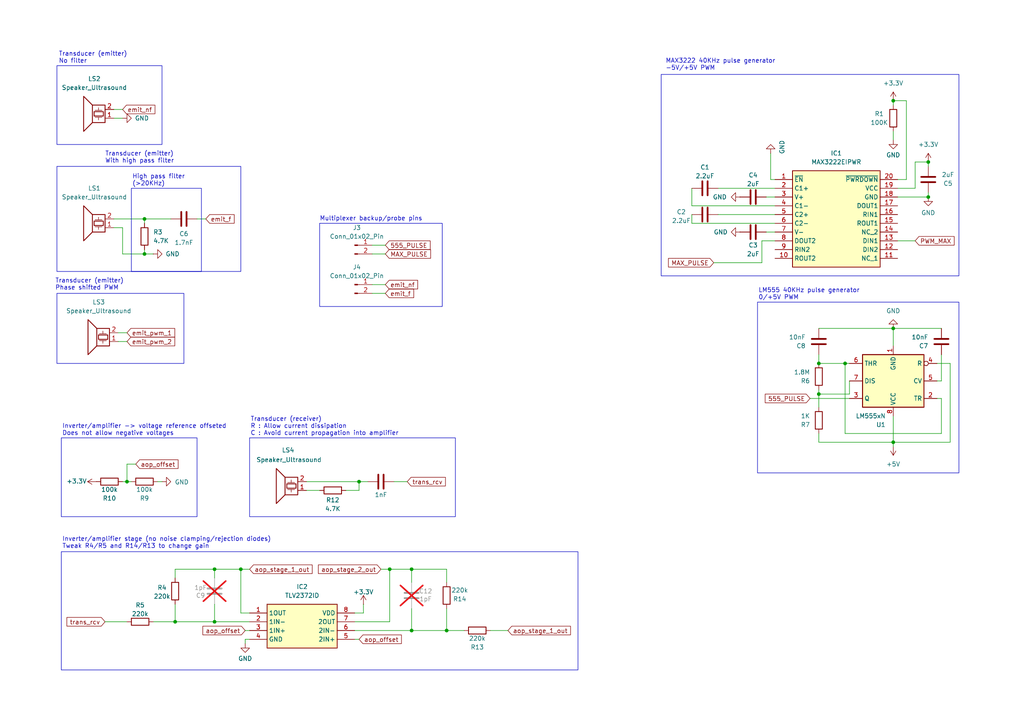
<source format=kicad_sch>
(kicad_sch (version 20231120) (generator "eeschema") (generator_version "8.0")
  (paper "A4")
  (lib_symbols
    (symbol "Connector:Conn_01x02_Pin" (pin_names (offset 1.016) hide)
      (property "Reference" "J" (at 0 2.54 0))
      (property "Value" "Conn_01x02_Pin" (at 0 -5.08 0))
      (symbol "Conn_01x02_Pin_1_1"
        (polyline (pts (xy 1.27 -2.54) (xy 0.8636 -2.54)) (stroke (width 0.1524)))
        (polyline (pts (xy 1.27 0) (xy 0.8636 0)) (stroke (width 0.1524)))
        (rectangle (start 0.8636 -2.413) (end 0 -2.667) (stroke (width 0.1524)) (fill (type outline)))
        (rectangle (start 0.8636 0.127) (end 0 -0.127) (stroke (width 0.1524)) (fill (type outline)))
        (pin passive line (at 5.08 0 180) (length 3.81) (name "Pin_1") (number "1"))
        (pin passive line (at 5.08 -2.54 180) (length 3.81) (name "Pin_2") (number "2"))
      )
    )
    (symbol "Device:C" (pin_numbers hide) (pin_names (offset 0.254))
      (property "Reference" "C" (at 0.635 2.54 0))
      (property "Value" "C" (at 0.635 -2.54 0))
      (symbol "C_0_1"
        (polyline (pts (xy -2.032 -0.762) (xy 2.032 -0.762)) (stroke (width 0.508)))
        (polyline (pts (xy -2.032 0.762) (xy 2.032 0.762)) (stroke (width 0.508)))
      )
      (symbol "C_1_1"
        (pin passive line (at 0 3.81 270) (length 2.794) (name "~") (number "1"))
        (pin passive line (at 0 -3.81 90) (length 2.794) (name "~") (number "2"))
      )
    )
    (symbol "Device:R" (pin_numbers hide) (pin_names (offset 0))
      (property "Reference" "R" (at 2.032 0 90))
      (property "Value" "R" (at 0 0 90))
      (symbol "R_0_1"
        (rectangle (start -1.016 -2.54) (end 1.016 2.54) (stroke (width 0.254)))
      )
      (symbol "R_1_1"
        (pin passive line (at 0 3.81 270) (length 1.27) (name "~") (number "1"))
        (pin passive line (at 0 -3.81 90) (length 1.27) (name "~") (number "2"))
      )
    )
    (symbol "Device:Speaker_Ultrasound" (pin_names (offset 0) hide)
      (property "Reference" "LS" (at 0.635 5.715 0))
      (property "Value" "Speaker_Ultrasound" (at 0.635 3.81 0))
      (symbol "Speaker_Ultrasound_0_0"
        (rectangle (start -2.54 1.27) (end 1.143 -3.81) (stroke (width 0.254)))
        (rectangle (start -2.032 -0.635) (end 0.635 -1.905) (stroke (width 0.254)))
        (polyline (pts (xy -1.651 -2.286) (xy 0.381 -2.286)))
        (polyline (pts (xy -1.651 -0.254) (xy 0.381 -0.254)))
        (polyline (pts (xy -0.635 -2.286) (xy -0.635 -3.048)))
        (polyline (pts (xy -0.635 -0.254) (xy -0.635 0.508)))
        (polyline (pts (xy 1.143 1.27) (xy 3.683 3.81) (xy 3.683 -6.35) (xy 1.143 -3.81)) (stroke (width 0.254)))
      )
      (symbol "Speaker_Ultrasound_1_1"
        (pin input line (at -5.08 0 0) (length 2.54) (name "1") (number "1"))
        (pin input line (at -5.08 -2.54 0) (length 2.54) (name "2") (number "2"))
      )
    )
    (symbol "LibraryLoader:MAX3222EIPWR"
      (property "Reference" "IC" (at 31.75 7.62 0))
      (property "Value" "MAX3222EIPWR" (at 31.75 5.08 0))
      (symbol "MAX3222EIPWR_1_1"
        (rectangle (start 5.08 2.54) (end 30.48 -25.4) (stroke (width 0.254)) (fill (type background)))
        (pin passive line (at 0 0 0) (length 5.08) (name "~{EN}") (number "1"))
        (pin passive line (at 0 -22.86 0) (length 5.08) (name "ROUT2") (number "10"))
        (pin passive line (at 35.56 -22.86 180) (length 5.08) (name "NC_1") (number "11"))
        (pin passive line (at 35.56 -20.32 180) (length 5.08) (name "DIN2") (number "12"))
        (pin passive line (at 35.56 -17.78 180) (length 5.08) (name "DIN1") (number "13"))
        (pin passive line (at 35.56 -15.24 180) (length 5.08) (name "NC_2") (number "14"))
        (pin passive line (at 35.56 -12.7 180) (length 5.08) (name "ROUT1") (number "15"))
        (pin passive line (at 35.56 -10.16 180) (length 5.08) (name "RIN1") (number "16"))
        (pin passive line (at 35.56 -7.62 180) (length 5.08) (name "DOUT1") (number "17"))
        (pin passive line (at 35.56 -5.08 180) (length 5.08) (name "GND") (number "18"))
        (pin passive line (at 35.56 -2.54 180) (length 5.08) (name "VCC") (number "19"))
        (pin passive line (at 0 -2.54 0) (length 5.08) (name "C1+") (number "2"))
        (pin passive line (at 35.56 0 180) (length 5.08) (name "~{PWRDOWN}") (number "20"))
        (pin passive line (at 0 -5.08 0) (length 5.08) (name "V+") (number "3"))
        (pin passive line (at 0 -7.62 0) (length 5.08) (name "C1-") (number "4"))
        (pin passive line (at 0 -10.16 0) (length 5.08) (name "C2+") (number "5"))
        (pin passive line (at 0 -12.7 0) (length 5.08) (name "C2-") (number "6"))
        (pin passive line (at 0 -15.24 0) (length 5.08) (name "V-") (number "7"))
        (pin passive line (at 0 -17.78 0) (length 5.08) (name "DOUT2") (number "8"))
        (pin passive line (at 0 -20.32 0) (length 5.08) (name "RIN2") (number "9"))
      )
    )
    (symbol "TLV2372ID:TLV2372ID"
      (property "Reference" "IC" (at 26.67 7.62 0))
      (property "Value" "TLV2372ID" (at 26.67 5.08 0))
      (symbol "TLV2372ID_1_1"
        (rectangle (start 5.08 2.54) (end 25.4 -10.16) (stroke (width 0.254)) (fill (type background)))
        (pin passive line (at 0 0 0) (length 5.08) (name "1OUT") (number "1"))
        (pin passive line (at 0 -2.54 0) (length 5.08) (name "1IN-") (number "2"))
        (pin passive line (at 0 -5.08 0) (length 5.08) (name "1IN+") (number "3"))
        (pin passive line (at 0 -7.62 0) (length 5.08) (name "GND") (number "4"))
        (pin passive line (at 30.48 -7.62 180) (length 5.08) (name "2IN+") (number "5"))
        (pin passive line (at 30.48 -5.08 180) (length 5.08) (name "2IN-") (number "6"))
        (pin passive line (at 30.48 -2.54 180) (length 5.08) (name "2OUT") (number "7"))
        (pin passive line (at 30.48 0 180) (length 5.08) (name "VDD") (number "8"))
      )
    )
    (symbol "Timer:LM555xN"
      (property "Reference" "U" (at -10.16 8.89 0))
      (property "Value" "LM555xN" (at 2.54 8.89 0))
      (symbol "LM555xN_0_0"
        (pin power_in line (at 0 -10.16 90) (length 2.54) (name "GND") (number "1"))
        (pin power_in line (at 0 10.16 270) (length 2.54) (name "VCC") (number "8"))
      )
      (symbol "LM555xN_0_1"
        (rectangle (start -8.89 -7.62) (end 8.89 7.62) (stroke (width 0.254)) (fill (type background)))
        (rectangle (start -8.89 -7.62) (end 8.89 7.62) (stroke (width 0.254)) (fill (type background)))
      )
      (symbol "LM555xN_1_1"
        (pin input line (at -12.7 5.08 0) (length 3.81) (name "TR") (number "2"))
        (pin output line (at 12.7 5.08 180) (length 3.81) (name "Q") (number "3"))
        (pin input inverted (at -12.7 -5.08 0) (length 3.81) (name "R") (number "4"))
        (pin input line (at -12.7 0 0) (length 3.81) (name "CV") (number "5"))
        (pin input line (at 12.7 -5.08 180) (length 3.81) (name "THR") (number "6"))
        (pin input line (at 12.7 0 180) (length 3.81) (name "DIS") (number "7"))
      )
    )
    (symbol "power:+3.3V" (power) (pin_numbers hide) (pin_names (offset 0) hide)
      (property "Value" "+3.3V" (at 0 3.556 0))
      (symbol "+3.3V_0_1"
        (polyline (pts (xy -0.762 1.27) (xy 0 2.54)))
        (polyline (pts (xy 0 0) (xy 0 2.54)))
        (polyline (pts (xy 0 2.54) (xy 0.762 1.27)))
      )
      (symbol "+3.3V_1_1"
        (pin power_in line (at 0 0 90) (length 0) (name "~") (number "1"))
      )
    )
    (symbol "power:+5V" (power) (pin_numbers hide) (pin_names (offset 0) hide)
      (property "Value" "+5V" (at 0 3.556 0))
      (symbol "+5V_0_1"
        (polyline (pts (xy -0.762 1.27) (xy 0 2.54)))
        (polyline (pts (xy 0 0) (xy 0 2.54)))
        (polyline (pts (xy 0 2.54) (xy 0.762 1.27)))
      )
      (symbol "+5V_1_1"
        (pin power_in line (at 0 0 90) (length 0) (name "~") (number "1"))
      )
    )
    (symbol "power:GND" (power) (pin_numbers hide) (pin_names (offset 0) hide)
      (property "Value" "GND" (at 0 -3.81 0))
      (symbol "GND_0_1"
        (polyline (pts (xy 0 0) (xy 0 -1.27) (xy 1.27 -1.27) (xy 0 -2.54) (xy -1.27 -1.27) (xy 0 -1.27)))
      )
      (symbol "GND_1_1"
        (pin power_in line (at 0 0 270) (length 0) (name "~") (number "1"))
      )
    )
  )
  (junction (at 245.11 105.41))
  (junction (at 104.14 139.7))
  (junction (at 259.08 29.21))
  (junction (at 269.24 57.15))
  (junction (at 41.91 73.66))
  (junction (at 237.49 105.41))
  (junction (at 113.03 165.1))
  (junction (at 119.38 165.1))
  (junction (at 69.85 165.1))
  (junction (at 36.83 139.7))
  (junction (at 41.91 63.5))
  (junction (at 237.49 114.3))
  (junction (at 259.08 128.27))
  (junction (at 119.38 182.88))
  (junction (at 62.23 165.1))
  (junction (at 129.54 182.88))
  (junction (at 50.8 180.34))
  (junction (at 62.23 180.34))
  (junction (at 269.24 46.99))
  (junction (at 259.08 95.25))
  (wire (pts (xy 262.89 29.21) (xy 259.08 29.21)))
  (wire (pts (xy 224.79 54.61) (xy 208.28 54.61)))
  (wire (pts (xy 259.08 129.54) (xy 259.08 128.27)))
  (wire (pts (xy 237.49 105.41) (xy 237.49 102.87)))
  (wire (pts (xy 102.87 182.88) (xy 119.38 182.88)))
  (wire (pts (xy 36.83 139.7) (xy 38.1 139.7)))
  (wire (pts (xy 62.23 180.34) (xy 62.23 175.26)))
  (wire (pts (xy 119.38 182.88) (xy 119.38 176.53)))
  (wire (pts (xy 34.29 99.06) (xy 36.83 99.06)))
  (wire (pts (xy 36.83 139.7) (xy 36.83 134.62)))
  (wire (pts (xy 72.39 165.1) (xy 69.85 165.1)))
  (wire (pts (xy 35.56 66.04) (xy 35.56 73.66)))
  (wire (pts (xy 208.28 62.23) (xy 224.79 62.23)))
  (wire (pts (xy 245.11 125.73) (xy 245.11 105.41)))
  (wire (pts (xy 41.91 63.5) (xy 49.53 63.5)))
  (wire (pts (xy 41.91 73.66) (xy 44.45 73.66)))
  (wire (pts (xy 36.83 134.62) (xy 39.37 134.62)))
  (wire (pts (xy 273.05 115.57) (xy 273.05 125.73)))
  (wire (pts (xy 273.05 110.49) (xy 271.78 110.49)))
  (wire (pts (xy 223.52 52.07) (xy 224.79 52.07)))
  (wire (pts (xy 107.95 82.55) (xy 111.76 82.55)))
  (wire (pts (xy 246.38 105.41) (xy 245.11 105.41)))
  (wire (pts (xy 269.24 48.26) (xy 269.24 46.99)))
  (wire (pts (xy 33.02 34.29) (xy 35.56 34.29)))
  (wire (pts (xy 50.8 165.1) (xy 50.8 167.64)))
  (wire (pts (xy 41.91 72.39) (xy 41.91 73.66)))
  (wire (pts (xy 50.8 180.34) (xy 50.8 175.26)))
  (wire (pts (xy 259.08 29.21) (xy 259.08 30.48)))
  (wire (pts (xy 273.05 102.87) (xy 273.05 110.49)))
  (wire (pts (xy 107.95 85.09) (xy 111.76 85.09)))
  (wire (pts (xy 259.08 95.25) (xy 237.49 95.25)))
  (wire (pts (xy 262.89 29.21) (xy 262.89 52.07)))
  (wire (pts (xy 246.38 114.3) (xy 237.49 114.3)))
  (wire (pts (xy 129.54 182.88) (xy 134.62 182.88)))
  (wire (pts (xy 265.43 46.99) (xy 269.24 46.99)))
  (wire (pts (xy 237.49 125.73) (xy 237.49 128.27)))
  (wire (pts (xy 44.45 180.34) (xy 50.8 180.34)))
  (wire (pts (xy 33.02 66.04) (xy 35.56 66.04)))
  (wire (pts (xy 30.48 180.34) (xy 36.83 180.34)))
  (wire (pts (xy 71.12 185.42) (xy 72.39 185.42)))
  (wire (pts (xy 129.54 165.1) (xy 119.38 165.1)))
  (wire (pts (xy 107.95 71.12) (xy 111.76 71.12)))
  (wire (pts (xy 200.66 64.77) (xy 224.79 64.77)))
  (wire (pts (xy 129.54 182.88) (xy 129.54 176.53)))
  (wire (pts (xy 107.95 73.66) (xy 111.76 73.66)))
  (wire (pts (xy 88.9 142.24) (xy 92.71 142.24)))
  (wire (pts (xy 222.25 67.31) (xy 224.79 67.31)))
  (wire (pts (xy 271.78 105.41) (xy 275.59 105.41)))
  (wire (pts (xy 35.56 73.66) (xy 41.91 73.66)))
  (wire (pts (xy 260.35 57.15) (xy 269.24 57.15)))
  (wire (pts (xy 220.98 76.2) (xy 220.98 69.85)))
  (wire (pts (xy 62.23 165.1) (xy 69.85 165.1)))
  (wire (pts (xy 222.25 57.15) (xy 224.79 57.15)))
  (wire (pts (xy 262.89 52.07) (xy 260.35 52.07)))
  (wire (pts (xy 33.02 63.5) (xy 41.91 63.5)))
  (wire (pts (xy 275.59 128.27) (xy 259.08 128.27)))
  (wire (pts (xy 110.49 165.1) (xy 113.03 165.1)))
  (wire (pts (xy 34.29 96.52) (xy 36.83 96.52)))
  (wire (pts (xy 59.69 63.5) (xy 57.15 63.5)))
  (wire (pts (xy 246.38 114.3) (xy 246.38 110.49)))
  (wire (pts (xy 50.8 180.34) (xy 62.23 180.34)))
  (wire (pts (xy 88.9 139.7) (xy 104.14 139.7)))
  (wire (pts (xy 200.66 54.61) (xy 200.66 59.69)))
  (wire (pts (xy 223.52 52.07) (xy 223.52 44.45)))
  (wire (pts (xy 129.54 182.88) (xy 119.38 182.88)))
  (wire (pts (xy 200.66 59.69) (xy 224.79 59.69)))
  (wire (pts (xy 265.43 46.99) (xy 265.43 54.61)))
  (wire (pts (xy 113.03 165.1) (xy 113.03 180.34)))
  (wire (pts (xy 46.99 139.7) (xy 45.72 139.7)))
  (wire (pts (xy 259.08 128.27) (xy 259.08 120.65)))
  (wire (pts (xy 220.98 69.85) (xy 224.79 69.85)))
  (wire (pts (xy 102.87 180.34) (xy 113.03 180.34)))
  (wire (pts (xy 114.3 139.7) (xy 118.11 139.7)))
  (wire (pts (xy 69.85 165.1) (xy 69.85 177.8)))
  (wire (pts (xy 265.43 54.61) (xy 260.35 54.61)))
  (wire (pts (xy 200.66 62.23) (xy 200.66 64.77)))
  (wire (pts (xy 275.59 105.41) (xy 275.59 128.27)))
  (wire (pts (xy 259.08 100.33) (xy 259.08 95.25)))
  (wire (pts (xy 62.23 165.1) (xy 62.23 167.64)))
  (wire (pts (xy 237.49 118.11) (xy 237.49 114.3)))
  (wire (pts (xy 104.14 142.24) (xy 104.14 139.7)))
  (wire (pts (xy 71.12 182.88) (xy 72.39 182.88)))
  (wire (pts (xy 142.24 182.88) (xy 147.32 182.88)))
  (wire (pts (xy 129.54 165.1) (xy 129.54 168.91)))
  (wire (pts (xy 35.56 139.7) (xy 36.83 139.7)))
  (wire (pts (xy 271.78 115.57) (xy 273.05 115.57)))
  (wire (pts (xy 41.91 63.5) (xy 41.91 64.77)))
  (wire (pts (xy 259.08 40.64) (xy 259.08 38.1)))
  (wire (pts (xy 104.14 139.7) (xy 106.68 139.7)))
  (wire (pts (xy 102.87 177.8) (xy 105.41 177.8)))
  (wire (pts (xy 102.87 185.42) (xy 104.14 185.42)))
  (wire (pts (xy 269.24 55.88) (xy 269.24 57.15)))
  (wire (pts (xy 273.05 95.25) (xy 259.08 95.25)))
  (wire (pts (xy 259.08 128.27) (xy 237.49 128.27)))
  (wire (pts (xy 237.49 113.03) (xy 237.49 114.3)))
  (wire (pts (xy 113.03 165.1) (xy 119.38 165.1)))
  (wire (pts (xy 50.8 165.1) (xy 62.23 165.1)))
  (wire (pts (xy 207.01 76.2) (xy 220.98 76.2)))
  (wire (pts (xy 245.11 105.41) (xy 237.49 105.41)))
  (wire (pts (xy 119.38 165.1) (xy 119.38 168.91)))
  (wire (pts (xy 260.35 69.85) (xy 265.43 69.85)))
  (wire (pts (xy 105.41 175.26) (xy 105.41 177.8)))
  (wire (pts (xy 71.12 186.69) (xy 71.12 185.42)))
  (wire (pts (xy 69.85 177.8) (xy 72.39 177.8)))
  (wire (pts (xy 273.05 125.73) (xy 245.11 125.73)))
  (wire (pts (xy 234.95 115.57) (xy 246.38 115.57)))
  (wire (pts (xy 100.33 142.24) (xy 104.14 142.24)))
  (wire (pts (xy 72.39 180.34) (xy 62.23 180.34)))
  (wire (pts (xy 35.56 31.75) (xy 33.02 31.75)))
  (rectangle (start 16.51 19.05) (end 46.99 41.91))
  (rectangle (start 17.78 160.02) (end 167.64 194.31))
  (rectangle (start 72.39 127) (end 132.08 149.86))
  (rectangle (start 16.51 48.26) (end 69.85 78.74))
  (rectangle (start 16.51 85.09) (end 53.34 105.41))
  (rectangle (start 191.77 21.59) (end 278.13 80.01))
  (rectangle (start 17.78 127) (end 57.15 149.86))
  (rectangle (start 92.71 64.77) (end 128.27 88.9))
  (rectangle (start 219.71 87.63) (end 278.13 137.16))
  (rectangle (start 38.1 54.61) (end 58.42 78.74))
  (text "Inverter/amplifier stage (no noise clamping/rejection diodes)\nTweak R4/R5 and R14/R13 to change gain" (at 18.034 157.48 0) (effects (font (size 1.27 1.27)) (justify left)))
  (text "Transducer (emitter)\nNo filter" (at 17.018 16.764 0) (effects (font (size 1.27 1.27)) (justify left)))
  (text "LM555 40KHz pulse generator\n0/+5V PWM" (at 219.964 85.344 0) (effects (font (size 1.27 1.27)) (justify left)))
  (text "MAX3222 40KHz pulse generator\n-5V/+5V PWM" (at 193.04 18.796 0) (effects (font (size 1.27 1.27)) (justify left)))
  (text "Multiplexer backup/probe pins" (at 92.71 63.5 0) (effects (font (size 1.27 1.27)) (justify left)))
  (text "High pass filter\n(>20KHz)" (at 38.354 52.324 0) (effects (font (size 1.27 1.27)) (justify left)))
  (text "Transducer (emitter)\nPhase shifted PWM" (at 16.002 82.55 0) (effects (font (size 1.27 1.27)) (justify left)))
  (text "Transducer (receiver)\nR : Allow current dissipation\nC : Avoid current propagation into amplifier" (at 72.644 123.698 0) (effects (font (size 1.27 1.27)) (justify left)))
  (text "Inverter/amplifier -> voltage reference offseted\nDoes not allow negative voltages" (at 18.034 124.714 0) (effects (font (size 1.27 1.27)) (justify left)))
  (text "Transducer (emitter)\nWith high pass filter" (at 30.48 45.72 0) (effects (font (size 1.27 1.27)) (justify left)))
  (global_label "aop_offset" (shape input) (at 104.14 185.42 0) (property "Intersheetrefs" "${INTERSHEET_REFS}" (effects (hide yes))))
  (global_label "emit_nf" (shape input) (at 35.56 31.75 0) (property "Intersheetrefs" "${INTERSHEET_REFS}" (effects (hide yes))))
  (global_label "trans_rcv" (shape input) (at 118.11 139.7 0) (property "Intersheetrefs" "${INTERSHEET_REFS}" (effects (hide yes))))
  (global_label "trans_rcv" (shape input) (at 30.48 180.34 180) (property "Intersheetrefs" "${INTERSHEET_REFS}" (effects (hide yes))))
  (global_label "PWM_MAX" (shape input) (at 265.43 69.85 0) (property "Intersheetrefs" "${INTERSHEET_REFS}" (effects (hide yes))))
  (global_label "MAX_PULSE" (shape input) (at 207.01 76.2 180) (property "Intersheetrefs" "${INTERSHEET_REFS}" (effects (hide yes))))
  (global_label "emit_nf" (shape input) (at 111.76 82.55 0) (property "Intersheetrefs" "${INTERSHEET_REFS}" (effects (hide yes))))
  (global_label "emit_f" (shape input) (at 59.69 63.5 0) (property "Intersheetrefs" "${INTERSHEET_REFS}" (effects (hide yes))))
  (global_label "555_PULSE" (shape input) (at 111.76 71.12 0) (property "Intersheetrefs" "${INTERSHEET_REFS}" (effects (hide yes))))
  (global_label "aop_stage_1_out" (shape input) (at 147.32 182.88 0) (property "Intersheetrefs" "${INTERSHEET_REFS}" (effects (hide yes))))
  (global_label "emit_pwm_1" (shape input) (at 36.83 96.52 0) (property "Intersheetrefs" "${INTERSHEET_REFS}" (effects (hide yes))))
  (global_label "aop_offset" (shape input) (at 71.12 182.88 180) (property "Intersheetrefs" "${INTERSHEET_REFS}" (effects (hide yes))))
  (global_label "555_PULSE" (shape input) (at 234.95 115.57 180) (property "Intersheetrefs" "${INTERSHEET_REFS}" (effects (hide yes))))
  (global_label "MAX_PULSE" (shape input) (at 111.76 73.66 0) (property "Intersheetrefs" "${INTERSHEET_REFS}" (effects (hide yes))))
  (global_label "aop_stage_1_out" (shape input) (at 72.39 165.1 0) (property "Intersheetrefs" "${INTERSHEET_REFS}" (effects (hide yes))))
  (global_label "aop_offset" (shape input) (at 39.37 134.62 0) (property "Intersheetrefs" "${INTERSHEET_REFS}" (effects (hide yes))))
  (global_label "aop_stage_2_out" (shape input) (at 110.49 165.1 180) (property "Intersheetrefs" "${INTERSHEET_REFS}" (effects (hide yes))))
  (global_label "emit_pwm_2" (shape input) (at 36.83 99.06 0) (property "Intersheetrefs" "${INTERSHEET_REFS}" (effects (hide yes))))
  (global_label "emit_f" (shape input) (at 111.76 85.09 0) (property "Intersheetrefs" "${INTERSHEET_REFS}" (effects (hide yes))))
  (symbol (lib_id "Device:R") (at 41.91 139.7 270) (unit 1)
    (property "Reference" "R9" (at 41.91 144.526 90))
    (property "Value" "100k" (at 41.91 141.986 90))
    (property "Footprint" "Resistor_THT:R_Axial_DIN0204_L3.6mm_D1.6mm_P7.62mm_Horizontal" (effects (hide yes)))
    (property "Description" "Resistor" (effects (hide yes)))
  )
  (symbol (lib_id "Device:C") (at 62.23 171.45 180) (unit 1) (dnp yes)
    (property "Reference" "C9" (at 58.166 172.72 0))
    (property "Value" "1pF" (at 58.166 170.434 0))
    (property "Footprint" "Capacitor_THT:C_Disc_D3.0mm_W1.6mm_P2.50mm" (effects (hide yes)))
    (property "Description" "Unpolarized capacitor" (effects (hide yes)))
  )
  (symbol (lib_id "power:GND") (at 223.52 44.45 180) (unit 1)
    (property "Reference" "#PWR03" (effects (hide yes)))
    (property "Value" "GND" (at 226.822 44.704 90) (effects (justify right)))
    (property "Description" "Power symbol creates a global label with name \"GND\" , ground" (effects (hide yes)))
  )
  (symbol (lib_id "Device:R") (at 41.91 68.58 0) (unit 1)
    (property "Reference" "R3" (at 44.45 67.3099 0) (effects (justify left)))
    (property "Value" "4.7K" (at 44.45 69.8499 0) (effects (justify left)))
    (property "Footprint" "Resistor_THT:R_Axial_DIN0204_L3.6mm_D1.6mm_P7.62mm_Horizontal" (effects (hide yes)))
    (property "Description" "Resistor" (effects (hide yes)))
  )
  (symbol (lib_id "power:GND") (at 35.56 34.29 90) (unit 1)
    (property "Reference" "#PWR08" (effects (hide yes)))
    (property "Value" "GND" (at 39.116 34.29 90) (effects (justify right)))
    (property "Description" "Power symbol creates a global label with name \"GND\" , ground" (effects (hide yes)))
  )
  (symbol (lib_id "Device:C") (at 204.47 54.61 90) (unit 1)
    (property "Reference" "C1" (at 204.47 48.514 90))
    (property "Value" "2.2uF" (at 204.47 51.054 90))
    (property "Footprint" "Capacitor_THT:C_Disc_D3.0mm_W1.6mm_P2.50mm" (effects (hide yes)))
    (property "Description" "Unpolarized capacitor" (effects (hide yes)))
  )
  (symbol (lib_id "power:GND") (at 259.08 95.25 180) (unit 1)
    (property "Reference" "#PWR011" (effects (hide yes)))
    (property "Value" "GND" (at 259.08 90.17 0))
    (property "Description" "Power symbol creates a global label with name \"GND\" , ground" (effects (hide yes)))
  )
  (symbol (lib_id "power:GND") (at 44.45 73.66 90) (unit 1)
    (property "Reference" "#PWR07" (effects (hide yes)))
    (property "Value" "GND" (at 48.006 73.66 90) (effects (justify right)))
    (property "Description" "Power symbol creates a global label with name \"GND\" , ground" (effects (hide yes)))
  )
  (symbol (lib_id "power:GND") (at 214.63 67.31 270) (unit 1)
    (property "Reference" "#PWR01" (effects (hide yes)))
    (property "Value" "GND" (at 211.074 67.31 90) (effects (justify right)))
    (property "Description" "Power symbol creates a global label with name \"GND\" , ground" (effects (hide yes)))
  )
  (symbol (lib_id "Connector:Conn_01x02_Pin") (at 102.87 82.55 0) (unit 1)
    (property "Reference" "J4" (at 103.505 77.47 0))
    (property "Value" "Conn_01x02_Pin" (at 103.505 80.01 0))
    (property "Footprint" "Connector_PinHeader_2.54mm:PinHeader_1x02_P2.54mm_Vertical" (effects (hide yes)))
    (property "Description" "Generic connector, single row, 01x02, script generated" (effects (hide yes)))
  )
  (symbol (lib_id "power:+5V") (at 259.08 129.54 180) (unit 1)
    (property "Reference" "#PWR010" (effects (hide yes)))
    (property "Value" "+5V" (at 259.08 134.62 0))
    (property "Description" "Power symbol creates a global label with name \"+5V\"" (effects (hide yes)))
  )
  (symbol (lib_id "Device:R") (at 31.75 139.7 270) (unit 1)
    (property "Reference" "R10" (at 31.75 144.526 90))
    (property "Value" "100k" (at 31.75 141.986 90))
    (property "Footprint" "Resistor_THT:R_Axial_DIN0204_L3.6mm_D1.6mm_P7.62mm_Horizontal" (effects (hide yes)))
    (property "Description" "Resistor" (effects (hide yes)))
  )
  (symbol (lib_id "Device:R") (at 138.43 182.88 270) (unit 1)
    (property "Reference" "R13" (at 138.43 187.706 90))
    (property "Value" "220k" (at 138.43 185.166 90))
    (property "Footprint" "Resistor_THT:R_Axial_DIN0204_L3.6mm_D1.6mm_P7.62mm_Horizontal" (effects (hide yes)))
    (property "Description" "Resistor" (effects (hide yes)))
  )
  (symbol (lib_id "Connector:Conn_01x02_Pin") (at 102.87 71.12 0) (unit 1)
    (property "Reference" "J3" (at 103.505 66.04 0))
    (property "Value" "Conn_01x02_Pin" (at 103.505 68.58 0))
    (property "Footprint" "Connector_PinHeader_2.54mm:PinHeader_1x02_P2.54mm_Vertical" (effects (hide yes)))
    (property "Description" "Generic connector, single row, 01x02, script generated" (effects (hide yes)))
  )
  (symbol (lib_id "Device:Speaker_Ultrasound") (at 27.94 66.04 180) (unit 1)
    (property "Reference" "LS1" (at 27.3685 54.61 0))
    (property "Value" "Speaker_Ultrasound" (at 27.3685 57.15 0))
    (property "Footprint" "Connector_PinHeader_2.54mm:PinHeader_1x02_P2.54mm_Vertical" (effects (hide yes)))
    (property "Description" "Ultrasonic transducer" (effects (hide yes)))
  )
  (symbol (lib_id "power:+3.3V") (at 105.41 175.26 0) (unit 1)
    (property "Reference" "#PWR017" (effects (hide yes)))
    (property "Value" "+3.3V" (at 105.41 171.704 0))
    (property "Description" "Power symbol creates a global label with name \"+3.3V\"" (effects (hide yes)))
  )
  (symbol (lib_id "Device:C") (at 273.05 99.06 180) (unit 1)
    (property "Reference" "C7" (at 269.24 100.3301 0) (effects (justify left)))
    (property "Value" "10nF" (at 269.24 97.7901 0) (effects (justify left)))
    (property "Footprint" "Capacitor_THT:C_Disc_D3.0mm_W1.6mm_P2.50mm" (effects (hide yes)))
    (property "Description" "Unpolarized capacitor" (effects (hide yes)))
  )
  (symbol (lib_id "power:GND") (at 269.24 57.15 0) (unit 1)
    (property "Reference" "#PWR06" (effects (hide yes)))
    (property "Value" "GND" (at 271.272 61.722 0) (effects (justify right)))
    (property "Description" "Power symbol creates a global label with name \"GND\" , ground" (effects (hide yes)))
  )
  (symbol (lib_id "power:GND") (at 46.99 139.7 90) (unit 1)
    (property "Reference" "#PWR019" (effects (hide yes)))
    (property "Value" "GND" (at 50.673 139.827 90) (effects (justify right)))
    (property "Description" "Power symbol creates a global label with name \"GND\" , ground" (effects (hide yes)))
  )
  (symbol (lib_id "Device:Speaker_Ultrasound") (at 83.82 142.24 180) (unit 1)
    (property "Reference" "LS4" (at 83.566 130.556 0))
    (property "Value" "Speaker_Ultrasound" (at 83.82 133.35 0))
    (property "Footprint" "Connector_PinHeader_2.54mm:PinHeader_1x02_P2.54mm_Vertical" (effects (hide yes)))
    (property "Description" "Ultrasonic transducer" (effects (hide yes)))
  )
  (symbol (lib_id "TLV2372ID:TLV2372ID") (at 72.39 177.8 0) (unit 1)
    (property "Reference" "IC2" (at 87.63 170.18 0))
    (property "Value" "TLV2372ID" (at 87.63 172.72 0))
    (property "Footprint" "SOIC127P600X175-8N" (effects (hide yes)))
    (property "Datasheet" "http://www.ti.com/lit/gpn/tlv2372" (effects (hide yes)))
    (property "Description" "Texas Instruments TLV2372ID, Dual Op Amp, 3MHz Rail-Rail, 3  15 V, 8-Pin SOIC" (effects (hide yes)))
    (property "Height" "1.75" (effects (hide yes)))
    (property "Mouser Part Number" "595-TLV2372ID" (effects (hide yes)))
    (property "Mouser Price/Stock" "https://www.mouser.co.uk/ProductDetail/Texas-Instruments/TLV2372ID?qs=dQbkqP7qjaYLh1HZOPQ%252BIQ%3D%3D" (effects (hide yes)))
    (property "Manufacturer_Name" "Texas Instruments" (effects (hide yes)))
    (property "Manufacturer_Part_Number" "TLV2372ID" (effects (hide yes)))
  )
  (symbol (lib_id "Device:C") (at 269.24 52.07 180) (unit 1)
    (property "Reference" "C5" (at 274.955 53.213 0))
    (property "Value" "2uF" (at 274.955 50.673 0))
    (property "Footprint" "Capacitor_THT:C_Disc_D3.0mm_W1.6mm_P2.50mm" (effects (hide yes)))
    (property "Description" "Unpolarized capacitor" (effects (hide yes)))
  )
  (symbol (lib_id "Device:R") (at 259.08 34.29 0) (unit 1)
    (property "Reference" "R1" (at 255.016 33.02 0))
    (property "Value" "100K" (at 255.016 35.56 0))
    (property "Footprint" "Resistor_THT:R_Axial_DIN0204_L3.6mm_D1.6mm_P7.62mm_Horizontal" (effects (hide yes)))
    (property "Description" "Resistor" (effects (hide yes)))
  )
  (symbol (lib_id "power:GND") (at 71.12 186.69 0) (unit 1)
    (property "Reference" "#PWR016" (effects (hide yes)))
    (property "Value" "GND" (at 73.152 191.008 0) (effects (justify right)))
    (property "Description" "Power symbol creates a global label with name \"GND\" , ground" (effects (hide yes)))
  )
  (symbol (lib_id "Timer:LM555xN") (at 259.08 110.49 180) (unit 1)
    (property "Reference" "U1" (at 256.8859 123.19 0) (effects (justify left)))
    (property "Value" "LM555xN" (at 256.8859 120.65 0) (effects (justify left)))
    (property "Footprint" "Package_DIP:DIP-8_W7.62mm" (effects (hide yes)))
    (property "Datasheet" "http://www.ti.com/lit/ds/symlink/lm555.pdf" (effects (hide yes)))
    (property "Description" "Timer, 555 compatible, PDIP-8" (effects (hide yes)))
  )
  (symbol (lib_id "Device:C") (at 237.49 99.06 180) (unit 1)
    (property "Reference" "C8" (at 233.68 100.3301 0) (effects (justify left)))
    (property "Value" "10nF" (at 233.68 97.7901 0) (effects (justify left)))
    (property "Footprint" "Capacitor_THT:C_Disc_D3.0mm_W1.6mm_P2.50mm" (effects (hide yes)))
    (property "Description" "Unpolarized capacitor" (effects (hide yes)))
  )
  (symbol (lib_id "Device:R") (at 96.52 142.24 90) (unit 1)
    (property "Reference" "R12" (at 96.52 145.034 90))
    (property "Value" "4.7K" (at 96.52 147.574 90))
    (property "Footprint" "Resistor_THT:R_Axial_DIN0204_L3.6mm_D1.6mm_P7.62mm_Horizontal" (effects (hide yes)))
    (property "Description" "Resistor" (effects (hide yes)))
  )
  (symbol (lib_id "Device:C") (at 218.44 67.31 90) (unit 1)
    (property "Reference" "C3" (at 218.44 71.12 90))
    (property "Value" "2uF" (at 218.44 73.66 90))
    (property "Footprint" "Capacitor_THT:C_Disc_D3.0mm_W1.6mm_P2.50mm" (effects (hide yes)))
    (property "Description" "Unpolarized capacitor" (effects (hide yes)))
  )
  (symbol (lib_id "Device:R") (at 40.64 180.34 90) (unit 1)
    (property "Reference" "R5" (at 40.64 175.514 90))
    (property "Value" "220k" (at 40.64 178.054 90))
    (property "Footprint" "Resistor_THT:R_Axial_DIN0204_L3.6mm_D1.6mm_P7.62mm_Horizontal" (effects (hide yes)))
    (property "Description" "Resistor" (effects (hide yes)))
  )
  (symbol (lib_id "Device:Speaker_Ultrasound") (at 29.21 99.06 180) (unit 1)
    (property "Reference" "LS3" (at 28.6385 87.63 0))
    (property "Value" "Speaker_Ultrasound" (at 28.6385 90.17 0))
    (property "Footprint" "Connector_PinHeader_2.54mm:PinHeader_1x02_P2.54mm_Vertical" (effects (hide yes)))
    (property "Description" "Ultrasonic transducer" (effects (hide yes)))
  )
  (symbol (lib_id "Device:R") (at 237.49 121.92 180) (unit 1)
    (property "Reference" "R7" (at 234.95 123.1901 0) (effects (justify left)))
    (property "Value" "1K" (at 234.95 120.6501 0) (effects (justify left)))
    (property "Footprint" "Resistor_THT:R_Axial_DIN0204_L3.6mm_D1.6mm_P7.62mm_Horizontal" (effects (hide yes)))
    (property "Description" "Resistor" (effects (hide yes)))
  )
  (symbol (lib_id "Device:R") (at 50.8 171.45 180) (unit 1)
    (property "Reference" "R4" (at 46.99 170.434 0))
    (property "Value" "220k" (at 46.99 172.974 0))
    (property "Footprint" "Resistor_THT:R_Axial_DIN0204_L3.6mm_D1.6mm_P7.62mm_Horizontal" (effects (hide yes)))
    (property "Description" "Resistor" (effects (hide yes)))
  )
  (symbol (lib_id "Device:C") (at 119.38 172.72 0) (unit 1) (dnp yes)
    (property "Reference" "C12" (at 123.444 171.45 0))
    (property "Value" "1pF" (at 123.444 173.736 0))
    (property "Footprint" "Capacitor_THT:C_Disc_D3.0mm_W1.6mm_P2.50mm" (effects (hide yes)))
    (property "Description" "Unpolarized capacitor" (effects (hide yes)))
  )
  (symbol (lib_id "Device:R") (at 129.54 172.72 0) (unit 1)
    (property "Reference" "R14" (at 133.35 173.736 0))
    (property "Value" "220k" (at 133.35 171.196 0))
    (property "Footprint" "Resistor_THT:R_Axial_DIN0204_L3.6mm_D1.6mm_P7.62mm_Horizontal" (effects (hide yes)))
    (property "Description" "Resistor" (effects (hide yes)))
  )
  (symbol (lib_id "power:+3.3V") (at 269.24 46.99 0) (unit 1)
    (property "Reference" "#PWR05" (effects (hide yes)))
    (property "Value" "+3.3V" (at 269.24 41.91 0))
    (property "Description" "Power symbol creates a global label with name \"+3.3V\"" (effects (hide yes)))
  )
  (symbol (lib_id "Device:Speaker_Ultrasound") (at 27.94 34.29 180) (unit 1)
    (property "Reference" "LS2" (at 27.3685 22.86 0))
    (property "Value" "Speaker_Ultrasound" (at 27.3685 25.4 0))
    (property "Footprint" "Connector_PinHeader_2.54mm:PinHeader_1x02_P2.54mm_Vertical" (effects (hide yes)))
    (property "Description" "Ultrasonic transducer" (effects (hide yes)))
  )
  (symbol (lib_id "Device:R") (at 237.49 109.22 180) (unit 1)
    (property "Reference" "R6" (at 234.95 110.4901 0) (effects (justify left)))
    (property "Value" "1.8M" (at 234.95 107.9501 0) (effects (justify left)))
    (property "Footprint" "Resistor_THT:R_Axial_DIN0204_L3.6mm_D1.6mm_P7.62mm_Horizontal" (effects (hide yes)))
    (property "Description" "Resistor" (effects (hide yes)))
  )
  (symbol (lib_id "power:GND") (at 214.63 57.15 270) (unit 1)
    (property "Reference" "#PWR02" (effects (hide yes)))
    (property "Value" "GND" (at 210.82 57.15 90) (effects (justify right)))
    (property "Description" "Power symbol creates a global label with name \"GND\" , ground" (effects (hide yes)))
  )
  (symbol (lib_id "LibraryLoader:MAX3222EIPWR") (at 224.79 52.07 0) (unit 1)
    (property "Reference" "IC1" (at 242.57 44.45 0))
    (property "Value" "MAX3222EIPWR" (at 242.57 46.99 0))
    (property "Footprint" "CBT3253APW_118:SOP65P640X110-16N" (effects (hide yes)))
    (property "Datasheet" "http://www.ti.com/lit/gpn/max3222e" (effects (hide yes)))
    (property "Description" "3-V to 5-V Multichannel RS-232 Line Driver/Receiver w/ +/-15-kV ESD Protection" (effects (hide yes)))
    (property "Height" "1.2" (effects (hide yes)))
    (property "Mouser Part Number" "595-MAX3222EIPWR" (effects (hide yes)))
    (property "Mouser Price/Stock" "https://www.mouser.co.uk/ProductDetail/Texas-Instruments/MAX3222EIPWR?qs=2rshWTB%2FmZwDMpB5zbn3NQ%3D%3D" (effects (hide yes)))
    (property "Manufacturer_Name" "Texas Instruments" (effects (hide yes)))
    (property "Manufacturer_Part_Number" "MAX3222EIPWR" (effects (hide yes)))
  )
  (symbol (lib_id "power:+3.3V") (at 259.08 29.21 0) (unit 1)
    (property "Reference" "#PWR09" (effects (hide yes)))
    (property "Value" "+3.3V" (at 259.08 24.13 0))
    (property "Description" "Power symbol creates a global label with name \"+3.3V\"" (effects (hide yes)))
  )
  (symbol (lib_id "Device:C") (at 110.49 139.7 90) (unit 1)
    (property "Reference" "C10" (effects (hide yes)))
    (property "Value" "1nF" (at 110.49 143.51 90))
    (property "Footprint" "Capacitor_THT:C_Disc_D3.0mm_W1.6mm_P2.50mm" (effects (hide yes)))
    (property "Description" "Unpolarized capacitor" (effects (hide yes)))
  )
  (symbol (lib_id "Device:C") (at 218.44 57.15 90) (unit 1)
    (property "Reference" "C4" (at 218.44 50.8 90))
    (property "Value" "2uF" (at 218.44 53.34 90))
    (property "Footprint" "Capacitor_THT:C_Disc_D3.0mm_W1.6mm_P2.50mm" (effects (hide yes)))
    (property "Description" "Unpolarized capacitor" (effects (hide yes)))
  )
  (symbol (lib_id "power:GND") (at 259.08 40.64 0) (unit 1)
    (property "Reference" "#PWR04" (effects (hide yes)))
    (property "Value" "GND" (at 261.112 44.958 0) (effects (justify right)))
    (property "Description" "Power symbol creates a global label with name \"GND\" , ground" (effects (hide yes)))
  )
  (symbol (lib_id "Device:C") (at 53.34 63.5 90) (unit 1)
    (property "Reference" "C6" (at 53.34 67.818 90))
    (property "Value" "1.7nF" (at 53.34 70.358 90))
    (property "Footprint" "Capacitor_THT:C_Disc_D3.0mm_W1.6mm_P2.50mm" (effects (hide yes)))
    (property "Description" "Unpolarized capacitor" (effects (hide yes)))
  )
  (symbol (lib_id "power:+3.3V") (at 27.94 139.7 90) (unit 1)
    (property "Reference" "#PWR020" (effects (hide yes)))
    (property "Value" "+3.3V" (at 22.225 139.573 90))
    (property "Description" "Power symbol creates a global label with name \"+3.3V\"" (effects (hide yes)))
  )
  (symbol (lib_id "Device:C") (at 204.47 62.23 90) (unit 1)
    (property "Reference" "C2" (at 197.612 61.468 90))
    (property "Value" "2.2uF" (at 197.612 64.008 90))
    (property "Footprint" "Capacitor_THT:C_Disc_D3.0mm_W1.6mm_P2.50mm" (effects (hide yes)))
    (property "Description" "Unpolarized capacitor" (effects (hide yes)))
  )
)
</source>
